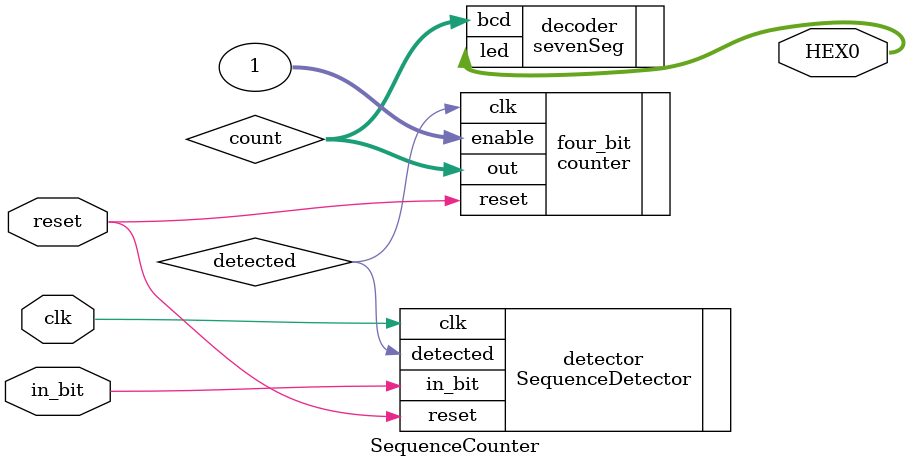
<source format=v>
module SequenceCounter(
	input clk, // Clock input
	input reset, // Asynchronous reset input
	input in_bit, // Serial input bit
	output [6:0] HEX0
	);

	wire [4:0] count;
	wire detected;

	SequenceDetector detector(
		.clk     (clk),
		.reset   (reset),
		.in_bit  (in_bit),
		.detected(detected)
		);

	counter four_bit(
	    .clk   (detected),
	    .reset (reset),
	    .enable(1),
	    .out   (count)
	);

	sevenSeg decoder(
		.bcd(count),
		.led(HEX0)
		);

endmodule
</source>
